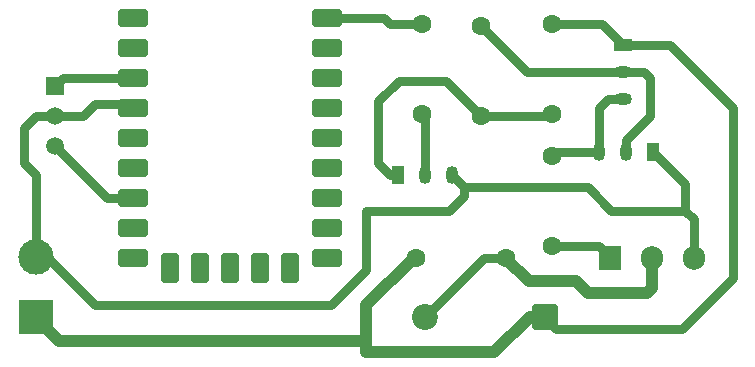
<source format=gbr>
G04 #@! TF.GenerationSoftware,KiCad,Pcbnew,9.0.5*
G04 #@! TF.CreationDate,2025-11-06T14:44:22-03:00*
G04 #@! TF.ProjectId,levitador_magnetico,6c657669-7461-4646-9f72-5f6d61676e65,rev?*
G04 #@! TF.SameCoordinates,Original*
G04 #@! TF.FileFunction,Copper,L2,Bot*
G04 #@! TF.FilePolarity,Positive*
%FSLAX46Y46*%
G04 Gerber Fmt 4.6, Leading zero omitted, Abs format (unit mm)*
G04 Created by KiCad (PCBNEW 9.0.5) date 2025-11-06 14:44:22*
%MOMM*%
%LPD*%
G01*
G04 APERTURE LIST*
G04 Aperture macros list*
%AMRoundRect*
0 Rectangle with rounded corners*
0 $1 Rounding radius*
0 $2 $3 $4 $5 $6 $7 $8 $9 X,Y pos of 4 corners*
0 Add a 4 corners polygon primitive as box body*
4,1,4,$2,$3,$4,$5,$6,$7,$8,$9,$2,$3,0*
0 Add four circle primitives for the rounded corners*
1,1,$1+$1,$2,$3*
1,1,$1+$1,$4,$5*
1,1,$1+$1,$6,$7*
1,1,$1+$1,$8,$9*
0 Add four rect primitives between the rounded corners*
20,1,$1+$1,$2,$3,$4,$5,0*
20,1,$1+$1,$4,$5,$6,$7,0*
20,1,$1+$1,$6,$7,$8,$9,0*
20,1,$1+$1,$8,$9,$2,$3,0*%
G04 Aperture macros list end*
G04 #@! TA.AperFunction,ComponentPad*
%ADD10R,1.050000X1.500000*%
G04 #@! TD*
G04 #@! TA.AperFunction,ComponentPad*
%ADD11O,1.050000X1.500000*%
G04 #@! TD*
G04 #@! TA.AperFunction,ComponentPad*
%ADD12RoundRect,0.249999X0.850001X0.850001X-0.850001X0.850001X-0.850001X-0.850001X0.850001X-0.850001X0*%
G04 #@! TD*
G04 #@! TA.AperFunction,ComponentPad*
%ADD13C,2.200000*%
G04 #@! TD*
G04 #@! TA.AperFunction,ComponentPad*
%ADD14R,1.500000X1.050000*%
G04 #@! TD*
G04 #@! TA.AperFunction,ComponentPad*
%ADD15O,1.500000X1.050000*%
G04 #@! TD*
G04 #@! TA.AperFunction,ComponentPad*
%ADD16RoundRect,0.400000X-0.900000X-0.400000X0.900000X-0.400000X0.900000X0.400000X-0.900000X0.400000X0*%
G04 #@! TD*
G04 #@! TA.AperFunction,ComponentPad*
%ADD17RoundRect,0.400050X-0.899950X-0.400050X0.899950X-0.400050X0.899950X0.400050X-0.899950X0.400050X0*%
G04 #@! TD*
G04 #@! TA.AperFunction,ComponentPad*
%ADD18RoundRect,0.400000X-0.400000X-0.900000X0.400000X-0.900000X0.400000X0.900000X-0.400000X0.900000X0*%
G04 #@! TD*
G04 #@! TA.AperFunction,ComponentPad*
%ADD19RoundRect,0.393700X-0.393700X-0.906300X0.393700X-0.906300X0.393700X0.906300X-0.393700X0.906300X0*%
G04 #@! TD*
G04 #@! TA.AperFunction,ComponentPad*
%ADD20R,1.500000X1.500000*%
G04 #@! TD*
G04 #@! TA.AperFunction,ComponentPad*
%ADD21C,1.500000*%
G04 #@! TD*
G04 #@! TA.AperFunction,ComponentPad*
%ADD22C,1.600000*%
G04 #@! TD*
G04 #@! TA.AperFunction,ComponentPad*
%ADD23R,1.905000X2.000000*%
G04 #@! TD*
G04 #@! TA.AperFunction,ComponentPad*
%ADD24O,1.905000X2.000000*%
G04 #@! TD*
G04 #@! TA.AperFunction,ComponentPad*
%ADD25R,3.000000X3.000000*%
G04 #@! TD*
G04 #@! TA.AperFunction,ComponentPad*
%ADD26C,3.000000*%
G04 #@! TD*
G04 #@! TA.AperFunction,Conductor*
%ADD27C,0.800000*%
G04 #@! TD*
G04 #@! TA.AperFunction,Conductor*
%ADD28C,1.000000*%
G04 #@! TD*
G04 APERTURE END LIST*
D10*
X156690000Y-91000000D03*
D11*
X158960000Y-91000000D03*
X161230000Y-91000000D03*
D12*
X169080000Y-103000000D03*
D13*
X158920000Y-103000000D03*
D14*
X175730000Y-80000000D03*
D15*
X175730000Y-82270000D03*
X175730000Y-84540000D03*
D16*
X150675000Y-77705000D03*
X150675000Y-80245000D03*
X150675000Y-82785000D03*
X150675000Y-85325000D03*
X150675000Y-87865000D03*
D17*
X150675000Y-90405000D03*
X150675000Y-92945000D03*
X150675000Y-95485000D03*
X150675000Y-98025000D03*
D18*
X147535000Y-98835000D03*
D19*
X144995000Y-98835000D03*
X142455000Y-98835000D03*
X139915000Y-98835000D03*
X137375000Y-98835000D03*
D17*
X134235000Y-98025000D03*
X134235000Y-95485000D03*
X134235000Y-92945000D03*
X134235000Y-90405000D03*
X134235000Y-77705000D03*
X134235000Y-80245000D03*
X134235000Y-82785000D03*
X134235000Y-87865000D03*
X134235000Y-85325000D03*
D20*
X127640000Y-83460000D03*
D21*
X127640000Y-86000000D03*
X127640000Y-88540000D03*
D22*
X158190000Y-98000000D03*
X165810000Y-98000000D03*
X158730000Y-85810000D03*
X158730000Y-78190000D03*
X169730000Y-89380000D03*
X169730000Y-97000000D03*
D23*
X174650000Y-98000000D03*
D24*
X178190000Y-98000000D03*
X181730000Y-98000000D03*
D25*
X126000000Y-103000000D03*
D26*
X126000000Y-97920000D03*
D22*
X169730000Y-85810000D03*
X169730000Y-78190000D03*
X163730000Y-86000000D03*
X163730000Y-78380000D03*
D10*
X178270000Y-89000000D03*
D11*
X176000000Y-89000000D03*
X173730000Y-89000000D03*
D27*
X170080000Y-104000000D02*
X169080000Y-103000000D01*
X185000000Y-99730000D02*
X180730000Y-104000000D01*
X180730000Y-104000000D02*
X170080000Y-104000000D01*
X185000000Y-85270000D02*
X185000000Y-99730000D01*
X175730000Y-80000000D02*
X179730000Y-80000000D01*
X179730000Y-80000000D02*
X185000000Y-85270000D01*
X181000000Y-91730000D02*
X178270000Y-89000000D01*
X181000000Y-94000000D02*
X181000000Y-91730000D01*
X158960000Y-86040000D02*
X158730000Y-85810000D01*
X158960000Y-91000000D02*
X158960000Y-86040000D01*
X156730000Y-83000000D02*
X160730000Y-83000000D01*
X155000000Y-90000000D02*
X155000000Y-84730000D01*
X156000000Y-91000000D02*
X155000000Y-90000000D01*
X155000000Y-84730000D02*
X156730000Y-83000000D01*
X156690000Y-91000000D02*
X156000000Y-91000000D01*
X160730000Y-83000000D02*
X163730000Y-86000000D01*
X162230000Y-92770000D02*
X162230000Y-92000000D01*
X161000000Y-94000000D02*
X162230000Y-92770000D01*
X158230000Y-94000000D02*
X161000000Y-94000000D01*
X173730000Y-85270000D02*
X174460000Y-84540000D01*
X173730000Y-89000000D02*
X173730000Y-85270000D01*
X170110000Y-89000000D02*
X169730000Y-89380000D01*
X173730000Y-89000000D02*
X170110000Y-89000000D01*
X174730000Y-94000000D02*
X181000000Y-94000000D01*
X172730000Y-92000000D02*
X174730000Y-94000000D01*
X162230000Y-92000000D02*
X172730000Y-92000000D01*
X161230000Y-91000000D02*
X162230000Y-92000000D01*
X174460000Y-84540000D02*
X175730000Y-84540000D01*
X178000000Y-82810000D02*
X177460000Y-82270000D01*
X178000000Y-86000000D02*
X178000000Y-82810000D01*
X176000000Y-88000000D02*
X178000000Y-86000000D01*
X176000000Y-89000000D02*
X176000000Y-88000000D01*
D28*
X126000000Y-103000000D02*
X128000000Y-105000000D01*
X154000000Y-105000000D02*
X154000000Y-106000000D01*
X128000000Y-105000000D02*
X154000000Y-105000000D01*
D27*
X126000000Y-91000000D02*
X126000000Y-97920000D01*
X125000000Y-90000000D02*
X126000000Y-91000000D01*
X131000000Y-102000000D02*
X126920000Y-97920000D01*
X151000000Y-102000000D02*
X131000000Y-102000000D01*
X151000000Y-102000000D02*
X154000000Y-99000000D01*
X126920000Y-97920000D02*
X126000000Y-97920000D01*
D28*
X172730000Y-101000000D02*
X177730000Y-101000000D01*
D27*
X163920000Y-98000000D02*
X165810000Y-98000000D01*
D28*
X178190000Y-100540000D02*
X178190000Y-98000000D01*
D27*
X158920000Y-103000000D02*
X163920000Y-98000000D01*
D28*
X171730000Y-100000000D02*
X172730000Y-101000000D01*
X167730000Y-100000000D02*
X171730000Y-100000000D01*
X165730000Y-98000000D02*
X167730000Y-100000000D01*
X177730000Y-101000000D02*
X178190000Y-100540000D01*
D27*
X134835000Y-82785000D02*
X128315000Y-82785000D01*
X128315000Y-82785000D02*
X127640000Y-83460000D01*
X181730000Y-94730000D02*
X181000000Y-94000000D01*
X127640000Y-86000000D02*
X126000000Y-86000000D01*
X134510000Y-85000000D02*
X134835000Y-85325000D01*
X127640000Y-86000000D02*
X130000000Y-86000000D01*
X125000000Y-87000000D02*
X125000000Y-90000000D01*
X126000000Y-86000000D02*
X125000000Y-87000000D01*
X154000000Y-94000000D02*
X158230000Y-94000000D01*
X154000000Y-99000000D02*
X154000000Y-94000000D01*
X130000000Y-86000000D02*
X131000000Y-85000000D01*
X131000000Y-85000000D02*
X134510000Y-85000000D01*
X181730000Y-98000000D02*
X181730000Y-94730000D01*
D28*
X158110000Y-98000000D02*
X158000000Y-98000000D01*
X154000000Y-106000000D02*
X164810000Y-106000000D01*
X167810000Y-103000000D02*
X169080000Y-103000000D01*
D27*
X169730000Y-78190000D02*
X173920000Y-78190000D01*
X173920000Y-78190000D02*
X175730000Y-80000000D01*
D28*
X158000000Y-98000000D02*
X154000000Y-102000000D01*
X154000000Y-102000000D02*
X154000000Y-105000000D01*
X164810000Y-106000000D02*
X167810000Y-103000000D01*
D27*
X127640000Y-88540000D02*
X132045000Y-92945000D01*
X132045000Y-92945000D02*
X134835000Y-92945000D01*
X175730000Y-82270000D02*
X167620000Y-82270000D01*
X167620000Y-82270000D02*
X163730000Y-78380000D01*
X177460000Y-82270000D02*
X175730000Y-82270000D01*
X169730000Y-97000000D02*
X173650000Y-97000000D01*
X173650000Y-97000000D02*
X174650000Y-98000000D01*
X150075000Y-77705000D02*
X155515000Y-77705000D01*
X156000000Y-78190000D02*
X155515000Y-77705000D01*
X158730000Y-78190000D02*
X156000000Y-78190000D01*
X163730000Y-86000000D02*
X169540000Y-86000000D01*
X169540000Y-86000000D02*
X169730000Y-85810000D01*
M02*

</source>
